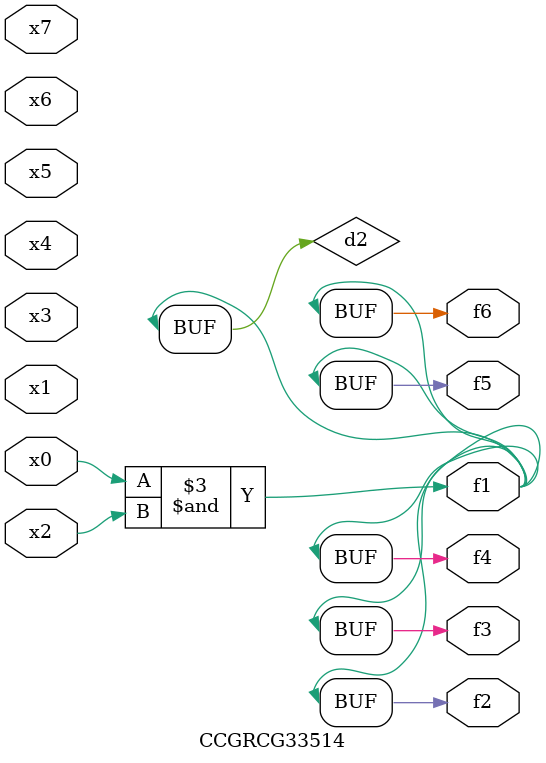
<source format=v>
module CCGRCG33514(
	input x0, x1, x2, x3, x4, x5, x6, x7,
	output f1, f2, f3, f4, f5, f6
);

	wire d1, d2;

	nor (d1, x3, x6);
	and (d2, x0, x2);
	assign f1 = d2;
	assign f2 = d2;
	assign f3 = d2;
	assign f4 = d2;
	assign f5 = d2;
	assign f6 = d2;
endmodule

</source>
